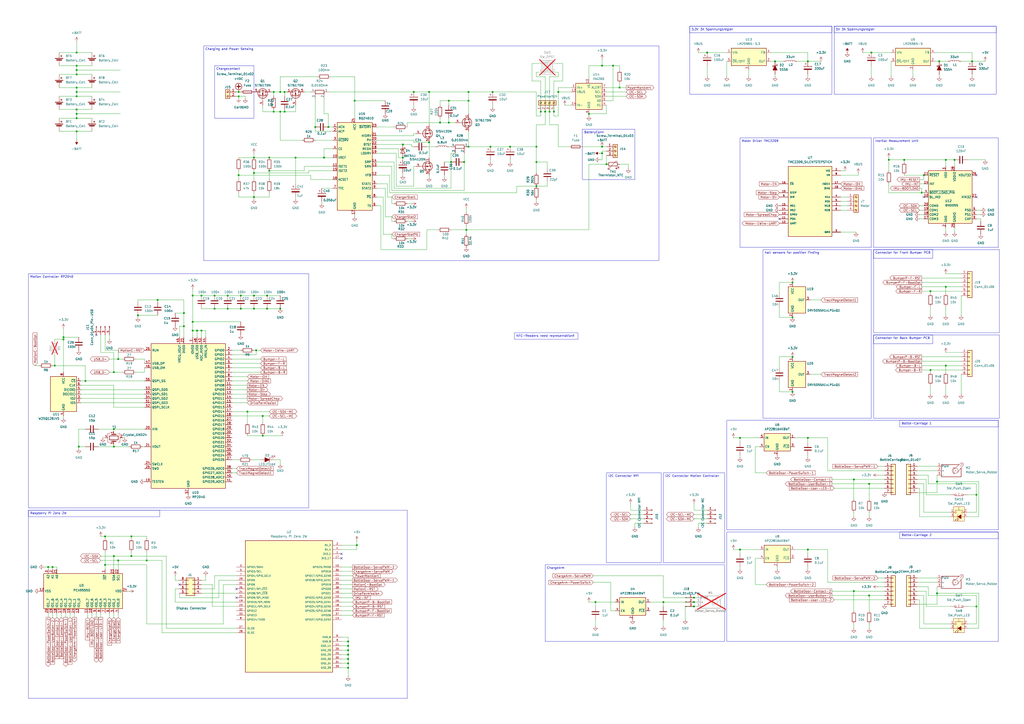
<source format=kicad_sch>
(kicad_sch
	(version 20231120)
	(generator "eeschema")
	(generator_version "8.0")
	(uuid "10e9ed1f-81fe-4a04-a219-cef72219a4ee")
	(paper "A2")
	
	(junction
		(at 429.26 318.77)
		(diameter 0)
		(color 0 0 0 0)
		(uuid "03268f60-248c-430f-9a48-def6cb6c976e")
	)
	(junction
		(at 148.59 203.2)
		(diameter 0)
		(color 0 0 0 0)
		(uuid "04234bed-4ba9-40ef-ac16-7d8ec800186b")
	)
	(junction
		(at 295.91 85.09)
		(diameter 0)
		(color 0 0 0 0)
		(uuid "043c4983-ef1a-48da-af34-5e079e1617dd")
	)
	(junction
		(at 410.21 30.48)
		(diameter 0)
		(color 0 0 0 0)
		(uuid "06870aa4-4c9b-477d-9f05-4ca4de8f6a4d")
	)
	(junction
		(at 147.32 91.44)
		(diameter 0)
		(color 0 0 0 0)
		(uuid "078e93f4-ef9b-4a26-8fc8-7cb6440c9d83")
	)
	(junction
		(at 44.45 50.8)
		(diameter 0)
		(color 0 0 0 0)
		(uuid "083aae67-81c3-4ec2-bf4a-336ec22f72e9")
	)
	(junction
		(at 138.43 53.34)
		(diameter 0)
		(color 0 0 0 0)
		(uuid "0c36acff-a6fa-4aad-8de9-5a58c137780b")
	)
	(junction
		(at 66.04 322.58)
		(diameter 0)
		(color 0 0 0 0)
		(uuid "0c6a05f5-b603-4f28-bffc-4fc82eb14ade")
	)
	(junction
		(at 205.74 58.42)
		(diameter 0)
		(color 0 0 0 0)
		(uuid "0fa84823-55a1-466b-9cc3-bd54f6acb385")
	)
	(junction
		(at 68.58 325.12)
		(diameter 0)
		(color 0 0 0 0)
		(uuid "10325727-725e-4b5b-9faa-47117137401c")
	)
	(junction
		(at 271.78 58.42)
		(diameter 0)
		(color 0 0 0 0)
		(uuid "10394ed1-e91b-4a04-b451-45e5b47def1e")
	)
	(junction
		(at 270.51 133.35)
		(diameter 0)
		(color 0 0 0 0)
		(uuid "1591bc0a-595e-4743-a95b-031ef01c08e6")
	)
	(junction
		(at 248.92 53.34)
		(diameter 0)
		(color 0 0 0 0)
		(uuid "17566795-db7d-438c-a62f-11fa896f09fe")
	)
	(junction
		(at 201.93 387.35)
		(diameter 0)
		(color 0 0 0 0)
		(uuid "191d0ff5-4ecf-485b-a0da-cec32a564027")
	)
	(junction
		(at 36.83 195.58)
		(diameter 0)
		(color 0 0 0 0)
		(uuid "21be0d6d-08dd-4c6b-8dde-b3409b7daccd")
	)
	(junction
		(at 91.44 173.99)
		(diameter 0)
		(color 0 0 0 0)
		(uuid "22a4d2dd-f848-4193-8541-955420f6e17d")
	)
	(junction
		(at 313.69 64.77)
		(diameter 0)
		(color 0 0 0 0)
		(uuid "230cd950-b70b-46ae-8da2-7c0fe82a6426")
	)
	(junction
		(at 44.45 68.58)
		(diameter 0)
		(color 0 0 0 0)
		(uuid "2421b6f1-9351-4b09-9d81-3293799c07ca")
	)
	(junction
		(at 543.56 279.4)
		(diameter 0)
		(color 0 0 0 0)
		(uuid "25fc08dd-dbcb-4986-8d99-a9d615e74609")
	)
	(junction
		(at 44.45 30.48)
		(diameter 0)
		(color 0 0 0 0)
		(uuid "265fbd34-c236-4afc-b472-ab5f7b1865f2")
	)
	(junction
		(at 139.7 179.07)
		(diameter 0)
		(color 0 0 0 0)
		(uuid "29426718-41a1-4fab-a69c-de55200420f5")
	)
	(junction
		(at 44.45 43.18)
		(diameter 0)
		(color 0 0 0 0)
		(uuid "29b5096b-a417-4d8d-8959-38c8fd1009d5")
	)
	(junction
		(at 80.01 182.88)
		(diameter 0)
		(color 0 0 0 0)
		(uuid "2d0abeda-aac0-4388-a19d-3bc6f581aa05")
	)
	(junction
		(at 44.45 76.2)
		(diameter 0)
		(color 0 0 0 0)
		(uuid "2d1447b9-e1f8-416e-9e68-2f3a93be7887")
	)
	(junction
		(at 116.84 191.77)
		(diameter 0)
		(color 0 0 0 0)
		(uuid "2e7fad9a-09d7-4161-afc3-42855f89e07f")
	)
	(junction
		(at 187.96 91.44)
		(diameter 0)
		(color 0 0 0 0)
		(uuid "2fb5237e-5a20-44ce-8f36-963c438a2351")
	)
	(junction
		(at 147.32 179.07)
		(diameter 0)
		(color 0 0 0 0)
		(uuid "2fdf82e2-3891-4bd7-be3f-e7514a4bef5c")
	)
	(junction
		(at 311.15 85.09)
		(diameter 0)
		(color 0 0 0 0)
		(uuid "311f4d38-041f-4193-974d-1c83fbb67e88")
	)
	(junction
		(at 60.96 311.15)
		(diameter 0)
		(color 0 0 0 0)
		(uuid "32065637-fd9e-4ccd-971f-34c24ce9a240")
	)
	(junction
		(at 201.93 377.19)
		(diameter 0)
		(color 0 0 0 0)
		(uuid "35f803c6-7e8a-4d5d-b321-47b66c15dc48")
	)
	(junction
		(at 124.46 179.07)
		(diameter 0)
		(color 0 0 0 0)
		(uuid "39a70374-4daf-4db7-bf38-bf4c46ca5dc6")
	)
	(junction
		(at 124.46 171.45)
		(diameter 0)
		(color 0 0 0 0)
		(uuid "3c018187-1d9c-4d03-8c02-29d04cab6f36")
	)
	(junction
		(at 349.25 38.1)
		(diameter 0)
		(color 0 0 0 0)
		(uuid "3eea0a00-3e9a-4c07-bf8c-cd1e7c4edf62")
	)
	(junction
		(at 147.32 100.33)
		(diameter 0)
		(color 0 0 0 0)
		(uuid "41cacee7-f5a4-4feb-90d3-5b89c79d1be2")
	)
	(junction
		(at 76.2 311.15)
		(diameter 0)
		(color 0 0 0 0)
		(uuid "44e0cf74-570d-4c4b-bee7-2f31c5327b0e")
	)
	(junction
		(at 147.32 171.45)
		(diameter 0)
		(color 0 0 0 0)
		(uuid "451af065-1b1a-4969-88c6-18b12c3eaf4b")
	)
	(junction
		(at 116.84 171.45)
		(diameter 0)
		(color 0 0 0 0)
		(uuid "470f61d3-5f15-44b3-9be8-d7ad98c6cb59")
	)
	(junction
		(at 459.74 227.33)
		(diameter 0)
		(color 0 0 0 0)
		(uuid "48971dba-eda7-491c-8cff-cff1d10cc4ba")
	)
	(junction
		(at 355.6 38.1)
		(diameter 0)
		(color 0 0 0 0)
		(uuid "4a08adb7-ea48-4326-a6c2-0515fd040642")
	)
	(junction
		(at 311.15 107.95)
		(diameter 0)
		(color 0 0 0 0)
		(uuid "4c87b946-ba01-4b69-b1a9-9e7e6044b062")
	)
	(junction
		(at 31.75 212.09)
		(diameter 0)
		(color 0 0 0 0)
		(uuid "4f324c9b-e82a-4655-af45-70ad70b76b07")
	)
	(junction
		(at 165.1 64.77)
		(diameter 0)
		(color 0 0 0 0)
		(uuid "4f5c7b81-43d6-4512-a1ff-f2767706b81b")
	)
	(junction
		(at 68.58 208.28)
		(diameter 0)
		(color 0 0 0 0)
		(uuid "515f183c-9db6-4e5c-a04a-45e2e5b7cfce")
	)
	(junction
		(at 260.35 71.12)
		(diameter 0)
		(color 0 0 0 0)
		(uuid "51a07f6d-fef6-4ded-b7b5-940b5c2502f1")
	)
	(junction
		(at 563.88 35.56)
		(diameter 0)
		(color 0 0 0 0)
		(uuid "55e24700-a976-46b6-9a5e-322947c19269")
	)
	(junction
		(at 504.19 345.44)
		(diameter 0)
		(color 0 0 0 0)
		(uuid "57161dd7-66d7-4a82-9a79-eaa5c269842f")
	)
	(junction
		(at 459.74 207.01)
		(diameter 0)
		(color 0 0 0 0)
		(uuid "58941ba0-49a2-4b85-9a74-91b8353490af")
	)
	(junction
		(at 402.59 351.79)
		(diameter 0)
		(color 0 0 0 0)
		(uuid "58a4fc78-7c78-4869-9833-849d042f667f")
	)
	(junction
		(at 255.27 71.12)
		(diameter 0)
		(color 0 0 0 0)
		(uuid "5cb3f681-a5b8-4722-b634-c4ebdba652ce")
	)
	(junction
		(at 548.64 92.71)
		(diameter 0)
		(color 0 0 0 0)
		(uuid "5eef07a4-476c-4d20-ab85-4e2f6966be7d")
	)
	(junction
		(at 459.74 163.83)
		(diameter 0)
		(color 0 0 0 0)
		(uuid "6897ca32-27ac-491f-81b3-db9981cbe5a5")
	)
	(junction
		(at 30.48 328.93)
		(diameter 0)
		(color 0 0 0 0)
		(uuid "68b31d02-b7fe-4b52-a8a9-6627591620ce")
	)
	(junction
		(at 60.96 327.66)
		(diameter 0)
		(color 0 0 0 0)
		(uuid "695e5e4e-cfa3-4bfb-b59a-e03c90ba94f3")
	)
	(junction
		(at 261.62 93.98)
		(diameter 0)
		(color 0 0 0 0)
		(uuid "6bda25a7-d433-4177-8a8c-e3ecc441d877")
	)
	(junction
		(at 318.77 64.77)
		(diameter 0)
		(color 0 0 0 0)
		(uuid "6c09df51-c141-43c6-99c2-443523b80007")
	)
	(junction
		(at 111.76 191.77)
		(diameter 0)
		(color 0 0 0 0)
		(uuid "6d65149c-99e1-48b1-afd4-3fc0a4e61402")
	)
	(junction
		(at 535.94 101.6)
		(diameter 0)
		(color 0 0 0 0)
		(uuid "6ea42f31-28e0-4e12-9550-0f7ac6dc9aa7")
	)
	(junction
		(at 539.75 214.63)
		(diameter 0)
		(color 0 0 0 0)
		(uuid "6eaa7f75-ad11-4df2-a6a3-c6ef0e430e53")
	)
	(junction
		(at 311.15 93.98)
		(diameter 0)
		(color 0 0 0 0)
		(uuid "6ef56cb4-6ee0-4075-bb1b-a819c1239ddb")
	)
	(junction
		(at 44.45 66.04)
		(diameter 0)
		(color 0 0 0 0)
		(uuid "6f780dc5-431b-4107-8aa6-7a7b80f485db")
	)
	(junction
		(at 201.93 382.27)
		(diameter 0)
		(color 0 0 0 0)
		(uuid "75877b78-7333-415d-9993-ddd83358c731")
	)
	(junction
		(at 495.3 278.13)
		(diameter 0)
		(color 0 0 0 0)
		(uuid "75888cbd-2c9c-44cc-a124-d721d5a43a54")
	)
	(junction
		(at 66.04 259.08)
		(diameter 0)
		(color 0 0 0 0)
		(uuid "75b73604-a04b-4e5e-8f2b-d7112a354c76")
	)
	(junction
		(at 152.4 252.73)
		(diameter 0)
		(color 0 0 0 0)
		(uuid "75ef01e9-385c-4ea7-9683-cb33dac2e24c")
	)
	(junction
		(at 156.21 99.06)
		(diameter 0)
		(color 0 0 0 0)
		(uuid "7a6f0ed7-48cc-489f-9f10-fea7b8900c2e")
	)
	(junction
		(at 44.45 40.64)
		(diameter 0)
		(color 0 0 0 0)
		(uuid "7b5e014f-6d02-49ab-956c-429ce09c3d2b")
	)
	(junction
		(at 566.42 351.79)
		(diameter 0)
		(color 0 0 0 0)
		(uuid "7cb410a2-cd21-4a99-a0fc-9cfba2c05cfa")
	)
	(junction
		(at 154.94 171.45)
		(diameter 0)
		(color 0 0 0 0)
		(uuid "7dc31fcc-7a3f-43f9-9177-cd22c32ac711")
	)
	(junction
		(at 539.75 168.91)
		(diameter 0)
		(color 0 0 0 0)
		(uuid "7debab58-8d33-494d-87b4-97a52d26a6ff")
	)
	(junction
		(at 27.94 328.93)
		(diameter 0)
		(color 0 0 0 0)
		(uuid "7e776387-d742-4dcc-91d7-315a24ab603b")
	)
	(junction
		(at 543.56 344.17)
		(diameter 0)
		(color 0 0 0 0)
		(uuid "80f79bba-cc7f-4b8e-9517-8f247a51f6a4")
	)
	(junction
		(at 85.09 325.12)
		(diameter 0)
		(color 0 0 0 0)
		(uuid "8291ecdb-f52e-4519-a49c-e91afe34d9d5")
	)
	(junction
		(at 158.75 64.77)
		(diameter 0)
		(color 0 0 0 0)
		(uuid "82b92c49-401a-4913-858f-7e3f2f46ddcf")
	)
	(junction
		(at 111.76 186.69)
		(diameter 0)
		(color 0 0 0 0)
		(uuid "84d0a7d8-7dd4-4f12-bcc9-40014992f2ac")
	)
	(junction
		(at 504.19 280.67)
		(diameter 0)
		(color 0 0 0 0)
		(uuid "8521d5a2-40ba-4a5d-a5c4-2e6ef9471c28")
	)
	(junction
		(at 240.03 53.34)
		(diameter 0)
		(color 0 0 0 0)
		(uuid "85aefa31-e41f-4715-9986-793490d285ff")
	)
	(junction
		(at 44.45 53.34)
		(diameter 0)
		(color 0 0 0 0)
		(uuid "87f4a9f5-047d-4055-84ef-ce082379ddb6")
	)
	(junction
		(at 162.56 64.77)
		(diameter 0)
		(color 0 0 0 0)
		(uuid "882212e7-c879-43a9-94f4-d1d58d5f9db1")
	)
	(junction
		(at 459.74 184.15)
		(diameter 0)
		(color 0 0 0 0)
		(uuid "8949e0e3-3200-4f92-ba6a-fc8d6b9cfd36")
	)
	(junction
		(at 111.76 171.45)
		(diameter 0)
		(color 0 0 0 0)
		(uuid "8c8781ed-ac6a-4428-9845-847cdc5f6708")
	)
	(junction
		(at 271.78 53.34)
		(diameter 0)
		(color 0 0 0 0)
		(uuid "8e4272b3-cc34-461e-ac6a-bc00f9b86312")
	)
	(junction
		(at 132.08 179.07)
		(diameter 0)
		(color 0 0 0 0)
		(uuid "90d555f8-82ed-4e5b-9fde-9f2563ca9a84")
	)
	(junction
		(at 345.44 349.25)
		(diameter 0)
		(color 0 0 0 0)
		(uuid "9339e47f-85f5-408a-b36c-b27fd8430462")
	)
	(junction
		(at 190.5 73.66)
		(diameter 0)
		(color 0 0 0 0)
		(uuid "93f07516-6868-4305-aacb-0ba200e0c11d")
	)
	(junction
		(at 162.56 179.07)
		(diameter 0)
		(color 0 0 0 0)
		(uuid "9471eeb1-2a59-42c9-9805-be6e33dda6f7")
	)
	(junction
		(at 495.3 342.9)
		(diameter 0)
		(color 0 0 0 0)
		(uuid "95c38d03-b4bc-4d18-b7ec-e184e5f2b0d1")
	)
	(junction
		(at 158.75 53.34)
		(diameter 0)
		(color 0 0 0 0)
		(uuid "96aa31a1-4e10-459b-997d-dbaa4ad37b35")
	)
	(junction
		(at 201.93 384.81)
		(diameter 0)
		(color 0 0 0 0)
		(uuid "991a6d3c-5e1c-496c-bb9d-a80742676e16")
	)
	(junction
		(at 515.62 92.71)
		(diameter 0)
		(color 0 0 0 0)
		(uuid "99315baa-d1fc-4dc4-bcfc-637bd899f1ef")
	)
	(junction
		(at 544.83 35.56)
		(diameter 0)
		(color 0 0 0 0)
		(uuid "99af6a2b-938f-4a05-a868-2edc7d4b2aed")
	)
	(junction
		(at 154.94 179.07)
		(diameter 0)
		(color 0 0 0 0)
		(uuid "9c8a7697-ebc2-4d23-9b1c-948f5bccfdc2")
	)
	(junction
		(at 548.64 212.09)
		(diameter 0)
		(color 0 0 0 0)
		(uuid "9d765aad-4bb4-461f-b6c2-e1fe7d24c77d")
	)
	(junction
		(at 49.53 220.98)
		(diameter 0)
		(color 0 0 0 0)
		(uuid "9e9c8458-49a2-4c4a-9aa4-a77a98a09679")
	)
	(junction
		(at 284.48 85.09)
		(diameter 0)
		(color 0 0 0 0)
		(uuid "9eeb1fb8-d5cf-4b49-8d76-6b03be443833")
	)
	(junction
		(at 201.93 379.73)
		(diameter 0)
		(color 0 0 0 0)
		(uuid "a018f1ca-8388-437a-9ce3-6d681690f874")
	)
	(junction
		(at 44.45 55.88)
		(diameter 0)
		(color 0 0 0 0)
		(uuid "a042a7b2-81e2-4dbc-9fc4-79a7c6613bb5")
	)
	(junction
		(at 106.68 189.23)
		(diameter 0)
		(color 0 0 0 0)
		(uuid "a0da04da-7b55-4416-b220-aaaa0dffdfe3")
	)
	(junction
		(at 143.51 238.76)
		(diameter 0)
		(color 0 0 0 0)
		(uuid "a174328b-591f-4f4e-acd9-d1960c5a1d5e")
	)
	(junction
		(at 45.72 259.08)
		(diameter 0)
		(color 0 0 0 0)
		(uuid "a3540f26-1336-4e81-a8eb-434080559b46")
	)
	(junction
		(at 165.1 53.34)
		(diameter 0)
		(color 0 0 0 0)
		(uuid "a46edfb4-cfeb-461d-9540-cbd79615340a")
	)
	(junction
		(at 114.3 191.77)
		(diameter 0)
		(color 0 0 0 0)
		(uuid "a9ae8d97-5143-4d48-8437-3701e9202cc1")
	)
	(junction
		(at 248.92 82.55)
		(diameter 0)
		(color 0 0 0 0)
		(uuid "acecb792-3d81-4190-88b7-e02a484e65ca")
	)
	(junction
		(at 321.31 64.77)
		(diameter 0)
		(color 0 0 0 0)
		(uuid "b4182030-5dc1-4a45-bd92-f741ebec9a8e")
	)
	(junction
		(at 171.45 91.44)
		(diameter 0)
		(color 0 0 0 0)
		(uuid "b5f21407-4b80-434f-ba8b-2953c30b04b1")
	)
	(junction
		(at 566.42 287.02)
		(diameter 0)
		(color 0 0 0 0)
		(uuid "b783d9c8-d090-495a-83a1-e580f2c25178")
	)
	(junction
		(at 534.67 111.76)
		(diameter 0)
		(color 0 0 0 0)
		(uuid "bb559827-d786-40eb-b3b4-28a643172c47")
	)
	(junction
		(at 468.63 318.77)
		(diameter 0)
		(color 0 0 0 0)
		(uuid "bbc22500-7889-4288-be0d-cfd80288ac5c")
	)
	(junction
		(at 384.81 349.25)
		(diameter 0)
		(color 0 0 0 0)
		(uuid "bc4e959e-e2ad-4122-b784-10f1fe12ed65")
	)
	(junction
		(at 147.32 114.3)
		(diameter 0)
		(color 0 0 0 0)
		(uuid "c0be65a4-b948-4986-9442-3575c41d013b")
	)
	(junction
		(at 449.58 35.56)
		(diameter 0)
		(color 0 0 0 0)
		(uuid "c799042d-ae88-43cc-a271-0df941a8f484")
	)
	(junction
		(at 269.24 93.98)
		(diameter 0)
		(color 0 0 0 0)
		(uuid "c7d05e29-29a0-49a9-a586-8d5da62223fe")
	)
	(junction
		(at 553.72 92.71)
		(diameter 0)
		(color 0 0 0 0)
		(uuid "c85e723b-7570-4cf5-84ad-b61532129048")
	)
	(junction
		(at 548.64 166.37)
		(diameter 0)
		(color 0 0 0 0)
		(uuid "c957e342-a962-4242-9b04-0bf695b22660")
	)
	(junction
		(at 156.21 91.44)
		(diameter 0)
		(color 0 0 0 0)
		(uuid "c9b95984-e325-4229-95f0-72e6effc4e99")
	)
	(junction
		(at 66.04 248.92)
		(diameter 0)
		(color 0 0 0 0)
		(uuid "cde65cd6-c066-46d8-a2f4-f11966f8d9bc")
	)
	(junction
		(at 349.25 85.09)
		(diameter 0)
		(color 0 0 0 0)
		(uuid "ce004d87-3500-4581-88d6-ca7dde4a559a")
	)
	(junction
		(at 233.68 83.82)
		(diameter 0)
		(color 0 0 0 0)
		(uuid "ce7a012a-b7ac-4733-9453-7513c5eadd71")
	)
	(junction
		(at 36.83 196.85)
		(diameter 0)
		(color 0 0 0 0)
		(uuid "cf515f11-e932-4ebb-a615-a2f4c79f2c55")
	)
	(junction
		(at 341.63 66.04)
		(diameter 0)
		(color 0 0 0 0)
		(uuid "d11ba81a-bdac-481a-9bd9-cd8d713f0ecf")
	)
	(junction
		(at 349.25 88.9)
		(diameter 0)
		(color 0 0 0 0)
		(uuid "d3335085-ec23-4516-affd-f7ad380b75aa")
	)
	(junction
		(at 44.45 38.1)
		(diameter 0)
		(color 0 0 0 0)
		(uuid "d460fc4e-116b-461c-9aad-963e945b1fdb")
	)
	(junction
		(at 316.23 64.77)
		(diameter 0)
		(color 0 0 0 0)
		(uuid "d6f24699-3900-45cc-998e-f91f3ea12f56")
	)
	(junction
		(at 182.88 73.66)
		(diameter 0)
		(color 0 0 0 0)
		(uuid "d7218f09-481c-4dfb-8660-d32c7d548973")
	)
	(junction
		(at 152.4 241.3)
		(diameter 0)
		(color 0 0 0 0)
		(uuid "dc242737-9d3c-4090-9829-a23ee9040928")
	)
	(junction
		(at 402.59 349.25)
		(diameter 0)
		(color 0 0 0 0)
		(uuid "de488c84-f718-48f3-9baf-8652f2126716")
	)
	(junction
		(at 66.04 215.9)
		(diameter 0)
		(color 0 0 0 0)
		(uuid "decbe553-a3bd-4fc0-9f73-f7e590a6e953")
	)
	(junction
		(at 139.7 171.45)
		(diameter 0)
		(color 0 0 0 0)
		(uuid "e1775e11-9fe6-4463-8146-18d8ced08735")
	)
	(junction
		(at 106.68 181.61)
		(diameter 0)
		(color 0 0 0 0)
		(uuid "e18add9c-c3d0-41a9-8ecf-c6c33a8a8953")
	)
	(junction
		(at 76.2 322.58)
		(diameter 0)
		(color 0 0 0 0)
		(uuid "e1aacb9b-5140-4929-9e38-0e92bfb2a337")
	)
	(junction
		(at 351.79 95.25)
		(diameter 0)
		(color 0 0 0 0)
		(uuid "e3dd5527-6a90-4448-9011-027409cf21fb")
	)
	(junction
		(at 201.93 372.11)
		(diameter 0)
		(color 0 0 0 0)
		(uuid "e5c7d99f-3bed-4203-b7fc-e6fedfb1a3bc")
	)
	(junction
		(at 162.56 53.34)
		(diameter 0)
		(color 0 0 0 0)
		(uuid "e638f2a4-5e9e-4671-badd-88fbc55318f6")
	)
	(junction
		(at 429.26 254)
		(diameter 0)
		(color 0 0 0 0)
		(uuid "e643f0fc-a1a1-4012-a5b0-69948705cd8f")
	)
	(junction
		(at 402.59 346.71)
		(diameter 0)
		(color 0 0 0 0)
		(uuid "e765a5f7-98e1-4b44-a50e-caf75cbf0251")
	)
	(junction
		(at 271.78 85.09)
		(diameter 0)
		(color 0 0 0 0)
		(uuid "e8312679-7a5b-4cfc-ad4c-1c3bd3fc065d")
	)
	(junction
		(at 207.01 316.23)
		(diameter 0)
		(color 0 0 0 0)
		(uuid "ea7e78db-93e0-4099-a1f8-a8ca6b713068")
	)
	(junction
		(at 132.08 171.45)
		(diameter 0)
		(color 0 0 0 0)
		(uuid "ebd25529-48dc-4d3c-995a-0a53a2b21d6f")
	)
	(junction
		(at 285.75 53.34)
		(diameter 0)
		(color 0 0 0 0)
		(uuid "ed079d0b-fea7-481b-852a-0b16d86be289")
	)
	(junction
		(at 359.41 50.8)
		(diameter 0)
		(color 0 0 0 0)
		(uuid "ee21e3f5-e352-4a84-93cf-62e554bde62b")
	)
	(junction
		(at 260.35 58.42)
		(diameter 0)
		(color 0 0 0 0)
		(uuid "ee485631-1076-491b-ae9c-d926dec44c36")
	)
	(junction
		(at 323.85 53.34)
		(diameter 0)
		(color 0 0 0 0)
		(uuid "eec98f71-cafb-4731-a4ef-ebdea913f8f8")
	)
	(junction
		(at 468.63 254)
		(diameter 0)
		(color 0 0 0 0)
		(uuid "efd94e32-e0ba-4970-b1bf-8fd3aa6a1536")
	)
	(junction
		(at 524.51 92.71)
		(diameter 0)
		(color 0 0 0 0)
		(uuid "f1ea72bd-ddab-4c9c-bc3e-94b9ac135f23")
	)
	(junction
		(at 138.43 55.88)
		(diameter 0)
		(color 0 0 0 0)
		(uuid "f3d4fae2-f8ce-4588-85f8-92f2d1b31ccb")
	)
	(junction
		(at 201.93 374.65)
		(diameter 0)
		(color 0 0 0 0)
		(uuid "f5c274dd-51dc-4be7-8df4-940895e8faf9")
	)
	(junction
		(at 138.43 101.6)
		(diameter 0)
		(color 0 0 0 0)
		(uuid "f7c9a31e-a985-4a15-ba63-951e53625b76")
	)
	(junction
		(at 233.68 91.44)
		(diameter 0)
		(color 0 0 0 0)
		(uuid "f7fb99b1-7b2a-472f-90af-0ba450949010")
	)
	(junction
		(at 505.46 30.48)
		(diameter 0)
		(color 0 0 0 0)
		(uuid "f91e5096-4f67-48ae-a66f-f4215968b35a")
	)
	(junction
		(at 44.45 63.5)
		(diameter 0)
		(color 0 0 0 0)
		(uuid "fe282bc1-f285-4dcb-aaf1-eb1ddb5ceb2f")
	)
	(junction
		(at 468.63 35.56)
		(diameter 0)
		(color 0 0 0 0)
		(uuid "fedb9ee5-9f24-4d12-a2db-5fd24ffa6199")
	)
	(no_connect
		(at 452.12 127)
		(uuid "0260e9ab-8e3e-4bc2-9dbe-5591cc0b01ef")
	)
	(no_connect
		(at 535.94 114.3)
		(uuid "0dbbdef1-cd64-4ae0-a69d-69f0c468be48")
	)
	(no_connect
		(at 137.16 346.71)
		(uuid "356b0f28-aacb-4373-96c5-56bae51f7bc3")
	)
	(no_connect
		(at 566.42 101.6)
		(uuid "384be073-ba93-4b1b-904d-552e784c8b00")
	)
	(no_connect
		(at 198.12 323.85)
		(uuid "38c7c7e8-bf33-4166-95a6-69fff8bd7f18")
	)
	(no_connect
		(at 137.16 341.63)
		(uuid "3f2b25a2-0c15-4aff-bdef-2e5e06880c97")
	)
	(no_connect
		(at 55.88 194.31)
		(uuid "c2ad0957-19e7-43e7-a01b-6131327d59c9")
	)
	(no_connect
		(at 198.12 321.31)
		(uuid "d9bb03c4-2989-41d0-aff6-65fc7f069d00")
	)
	(no_connect
		(at 566.42 114.3)
		(uuid "dbf644f0-5284-44a5-8de9-ca76d961beec")
	)
	(no_connect
		(at 104.14 339.09)
		(uuid "f48a2df1-6379-4e2d-8f03-71928b4686af")
	)
	(wire
		(pts
			(xy 66.04 259.08) (xy 66.04 257.81)
		)
		(stroke
			(width 0)
			(type default)
		)
		(uuid "001dffd7-7641-4fd9-a9d3-c65c327bb6e0")
	)
	(wire
		(pts
			(xy 30.48 328.93) (xy 33.02 328.93)
		)
		(stroke
			(width 0)
			(type default)
		)
		(uuid "0099a863-db37-44ac-a861-65da1fa8a3d4")
	)
	(wire
		(pts
			(xy 270.51 120.65) (xy 270.51 123.19)
		)
		(stroke
			(width 0)
			(type default)
		)
		(uuid "01d5c717-1676-4dfb-9409-c370179e74c3")
	)
	(wire
		(pts
			(xy 60.96 203.2) (xy 60.96 194.31)
		)
		(stroke
			(width 0)
			(type default)
		)
		(uuid "024b73a8-241a-41ac-8ba5-fb036987d738")
	)
	(wire
		(pts
			(xy 201.93 387.35) (xy 198.12 387.35)
		)
		(stroke
			(width 0)
			(type default)
		)
		(uuid "026fa898-9de5-40c2-bab3-3c4760419f75")
	)
	(wire
		(pts
			(xy 452.12 213.36) (xy 452.12 207.01)
		)
		(stroke
			(width 0)
			(type default)
		)
		(uuid "026fcfd5-eb38-4374-a9fc-ca07c493d046")
	)
	(wire
		(pts
			(xy 491.49 116.84) (xy 487.68 116.84)
		)
		(stroke
			(width 0)
			(type default)
		)
		(uuid "02b7188a-3b50-4bb1-b815-4dd64aeb1ff5")
	)
	(wire
		(pts
			(xy 504.19 354.33) (xy 504.19 345.44)
		)
		(stroke
			(width 0)
			(type default)
		)
		(uuid "02db2914-8822-456d-9c6f-fd12122a370b")
	)
	(wire
		(pts
			(xy 91.44 173.99) (xy 106.68 173.99)
		)
		(stroke
			(width 0)
			(type default)
		)
		(uuid "030cf6e0-7220-478f-8ce6-506488ec880c")
	)
	(wire
		(pts
			(xy 176.53 99.06) (xy 176.53 96.52)
		)
		(stroke
			(width 0)
			(type default)
		)
		(uuid "03467e4e-cdde-4172-a246-476cc9bb7d30")
	)
	(wire
		(pts
			(xy 497.84 101.6) (xy 497.84 100.33)
		)
		(stroke
			(width 0)
			(type default)
		)
		(uuid
... [481013 chars truncated]
</source>
